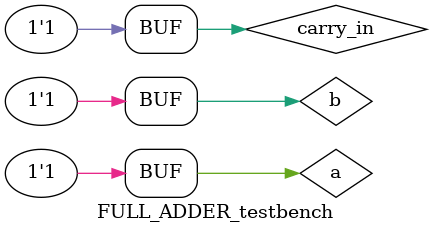
<source format=v>
`define DELAY 20
module FULL_ADDER_testbench(); 
reg a, b, carry_in;
wire sum, carry_out;

FULL_ADDER fatb (sum, carry_out, a, b, carry_in);

initial begin
a = 1'b0; b = 1'b0; carry_in = 1'b0;
#`DELAY;
a = 1'b0; b = 1'b0; carry_in = 1'b1;
#`DELAY;
a = 1'b0; b = 1'b1; carry_in = 1'b0;
#`DELAY;
a = 1'b0; b = 1'b1; carry_in = 1'b1;
#`DELAY;
a = 1'b1; b = 1'b0; carry_in = 1'b0;
#`DELAY;
a = 1'b1; b = 1'b0; carry_in = 1'b1;
#`DELAY;
a = 1'b1; b = 1'b1; carry_in = 1'b0;
#`DELAY;
a = 1'b1; b = 1'b1; carry_in = 1'b1;
end
 
 
initial
begin
$monitor("a =%1b, b=%1b, carry_in=%1b, sum=%1b, carry_out=%1b", a, b, carry_in, sum, carry_out);
end
 
endmodule
</source>
